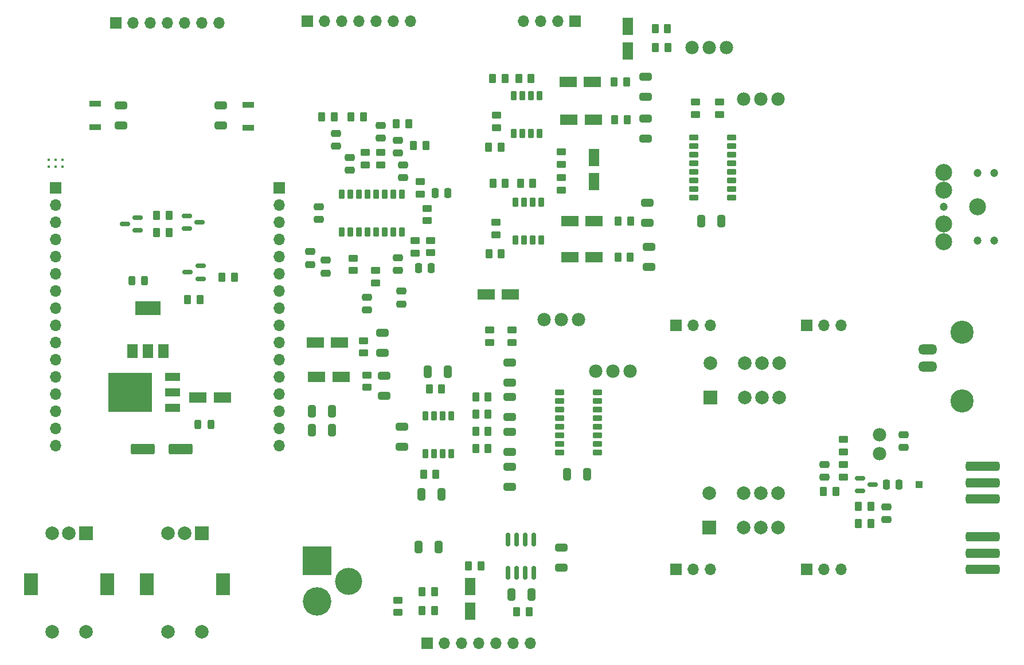
<source format=gbr>
%TF.GenerationSoftware,KiCad,Pcbnew,(6.0.10)*%
%TF.CreationDate,2023-02-15T21:48:18-05:00*%
%TF.ProjectId,SDR-Transceiver,5344522d-5472-4616-9e73-636569766572,rev?*%
%TF.SameCoordinates,Original*%
%TF.FileFunction,Soldermask,Top*%
%TF.FilePolarity,Negative*%
%FSLAX46Y46*%
G04 Gerber Fmt 4.6, Leading zero omitted, Abs format (unit mm)*
G04 Created by KiCad (PCBNEW (6.0.10)) date 2023-02-15 21:48:18*
%MOMM*%
%LPD*%
G01*
G04 APERTURE LIST*
G04 Aperture macros list*
%AMRoundRect*
0 Rectangle with rounded corners*
0 $1 Rounding radius*
0 $2 $3 $4 $5 $6 $7 $8 $9 X,Y pos of 4 corners*
0 Add a 4 corners polygon primitive as box body*
4,1,4,$2,$3,$4,$5,$6,$7,$8,$9,$2,$3,0*
0 Add four circle primitives for the rounded corners*
1,1,$1+$1,$2,$3*
1,1,$1+$1,$4,$5*
1,1,$1+$1,$6,$7*
1,1,$1+$1,$8,$9*
0 Add four rect primitives between the rounded corners*
20,1,$1+$1,$2,$3,$4,$5,0*
20,1,$1+$1,$4,$5,$6,$7,0*
20,1,$1+$1,$6,$7,$8,$9,0*
20,1,$1+$1,$8,$9,$2,$3,0*%
G04 Aperture macros list end*
%ADD10C,0.660400*%
%ADD11RoundRect,0.250000X-0.262500X-0.450000X0.262500X-0.450000X0.262500X0.450000X-0.262500X0.450000X0*%
%ADD12RoundRect,0.250000X0.262500X0.450000X-0.262500X0.450000X-0.262500X-0.450000X0.262500X-0.450000X0*%
%ADD13RoundRect,0.250000X-0.450000X0.262500X-0.450000X-0.262500X0.450000X-0.262500X0.450000X0.262500X0*%
%ADD14RoundRect,0.150000X-0.150000X0.825000X-0.150000X-0.825000X0.150000X-0.825000X0.150000X0.825000X0*%
%ADD15R,1.700000X1.700000*%
%ADD16O,1.700000X1.700000*%
%ADD17RoundRect,0.250000X-0.325000X-0.650000X0.325000X-0.650000X0.325000X0.650000X-0.325000X0.650000X0*%
%ADD18RoundRect,0.250000X0.325000X0.650000X-0.325000X0.650000X-0.325000X-0.650000X0.325000X-0.650000X0*%
%ADD19RoundRect,0.250000X0.650000X-0.325000X0.650000X0.325000X-0.650000X0.325000X-0.650000X-0.325000X0*%
%ADD20RoundRect,0.250000X0.550000X-1.050000X0.550000X1.050000X-0.550000X1.050000X-0.550000X-1.050000X0*%
%ADD21RoundRect,0.250000X0.450000X-0.262500X0.450000X0.262500X-0.450000X0.262500X-0.450000X-0.262500X0*%
%ADD22RoundRect,0.250000X-0.650000X0.325000X-0.650000X-0.325000X0.650000X-0.325000X0.650000X0.325000X0*%
%ADD23RoundRect,0.101600X-0.300000X-0.600000X0.300000X-0.600000X0.300000X0.600000X-0.300000X0.600000X0*%
%ADD24RoundRect,0.101600X0.600000X-0.300000X0.600000X0.300000X-0.600000X0.300000X-0.600000X-0.300000X0*%
%ADD25RoundRect,0.250000X-1.050000X-0.550000X1.050000X-0.550000X1.050000X0.550000X-1.050000X0.550000X0*%
%ADD26RoundRect,0.350000X-2.150000X-0.350000X2.150000X-0.350000X2.150000X0.350000X-2.150000X0.350000X0*%
%ADD27RoundRect,0.250000X-0.475000X0.250000X-0.475000X-0.250000X0.475000X-0.250000X0.475000X0.250000X0*%
%ADD28C,1.200000*%
%ADD29C,2.503200*%
%ADD30R,2.000000X2.000000*%
%ADD31C,2.000000*%
%ADD32RoundRect,0.150000X-0.587500X-0.150000X0.587500X-0.150000X0.587500X0.150000X-0.587500X0.150000X0*%
%ADD33C,1.981200*%
%ADD34R,1.700000X0.900000*%
%ADD35RoundRect,0.250000X1.500000X0.550000X-1.500000X0.550000X-1.500000X-0.550000X1.500000X-0.550000X0*%
%ADD36R,4.200000X4.200000*%
%ADD37C,4.200000*%
%ADD38C,4.000000*%
%ADD39RoundRect,0.250000X0.475000X-0.250000X0.475000X0.250000X-0.475000X0.250000X-0.475000X-0.250000X0*%
%ADD40R,1.000000X1.000000*%
%ADD41RoundRect,0.250000X-0.250000X-0.475000X0.250000X-0.475000X0.250000X0.475000X-0.250000X0.475000X0*%
%ADD42RoundRect,0.150000X0.587500X0.150000X-0.587500X0.150000X-0.587500X-0.150000X0.587500X-0.150000X0*%
%ADD43R,2.000000X3.200000*%
%ADD44R,2.200000X1.200000*%
%ADD45R,6.400000X5.800000*%
%ADD46RoundRect,0.250000X-0.550000X1.050000X-0.550000X-1.050000X0.550000X-1.050000X0.550000X1.050000X0*%
%ADD47RoundRect,0.250000X0.250000X0.475000X-0.250000X0.475000X-0.250000X-0.475000X0.250000X-0.475000X0*%
%ADD48RoundRect,0.243750X-0.243750X-0.456250X0.243750X-0.456250X0.243750X0.456250X-0.243750X0.456250X0*%
%ADD49R,1.500000X2.000000*%
%ADD50R,3.800000X2.000000*%
%ADD51C,3.419200*%
%ADD52O,2.819200X1.511200*%
%ADD53RoundRect,0.243750X0.243750X0.456250X-0.243750X0.456250X-0.243750X-0.456250X0.243750X-0.456250X0*%
%ADD54R,0.400000X0.400000*%
G04 APERTURE END LIST*
D10*
%TO.C,J8*%
X209579200Y-71989000D02*
G75*
G03*
X209579200Y-71989000I-330200J0D01*
G01*
X209579200Y-82189000D02*
G75*
G03*
X209579200Y-82189000I-330200J0D01*
G01*
X209579200Y-79589000D02*
G75*
G03*
X209579200Y-79589000I-330200J0D01*
G01*
X214579200Y-77089000D02*
G75*
G03*
X214579200Y-77089000I-330200J0D01*
G01*
X209579200Y-74589000D02*
G75*
G03*
X209579200Y-74589000I-330200J0D01*
G01*
%TD*%
D11*
%TO.C,R56*%
X146177000Y-136909000D03*
X148002000Y-136909000D03*
%TD*%
%TO.C,R55*%
X139065000Y-130175000D03*
X140890000Y-130175000D03*
%TD*%
D12*
%TO.C,R54*%
X134032000Y-133985000D03*
X132207000Y-133985000D03*
%TD*%
D11*
%TO.C,R53*%
X132239000Y-136779000D03*
X134064000Y-136779000D03*
%TD*%
D13*
%TO.C,R52*%
X128651000Y-135208000D03*
X128651000Y-137033000D03*
%TD*%
D14*
%TO.C,U11*%
X147447000Y-126241000D03*
X148717000Y-131191000D03*
X144907000Y-126241000D03*
X148717000Y-126241000D03*
X144907000Y-131191000D03*
X147447000Y-131191000D03*
X146177000Y-126241000D03*
X146177000Y-131191000D03*
%TD*%
D15*
%TO.C,J12*%
X132969000Y-141605000D03*
D16*
X135509000Y-141605000D03*
X138049000Y-141605000D03*
X140589000Y-141605000D03*
X143129000Y-141605000D03*
X145669000Y-141605000D03*
X148209000Y-141605000D03*
%TD*%
D17*
%TO.C,C55*%
X131699000Y-127381000D03*
X134649000Y-127381000D03*
%TD*%
D18*
%TO.C,C54*%
X148365000Y-134369000D03*
X145415000Y-134369000D03*
%TD*%
D19*
%TO.C,C53*%
X152781000Y-130429000D03*
X152781000Y-127479000D03*
%TD*%
D20*
%TO.C,C52*%
X139319000Y-136823000D03*
X139319000Y-133223000D03*
%TD*%
D21*
%TO.C,R20*%
X176149000Y-63420000D03*
X176149000Y-61595000D03*
%TD*%
D22*
%TO.C,C20*%
X165227000Y-57832000D03*
X165227000Y-60782000D03*
%TD*%
D12*
%TO.C,R45*%
X94869000Y-80850000D03*
X93044000Y-80850000D03*
%TD*%
D19*
%TO.C,C19*%
X165227000Y-66976000D03*
X165227000Y-64026000D03*
%TD*%
D23*
%TO.C,U2*%
X132693993Y-113535314D03*
X133963993Y-113535314D03*
X135233993Y-113535314D03*
X136503993Y-113535314D03*
X136503993Y-107935314D03*
X135233993Y-107935314D03*
X133963993Y-107935314D03*
X132693993Y-107935314D03*
%TD*%
D21*
%TO.C,R23*%
X122047000Y-86487000D03*
X122047000Y-84662000D03*
%TD*%
D24*
%TO.C,U1*%
X158127000Y-113411000D03*
X158127000Y-112141000D03*
X158127000Y-110871000D03*
X158127000Y-109601000D03*
X158127000Y-108331000D03*
X158127000Y-107061000D03*
X158127000Y-105791000D03*
X158127000Y-104521000D03*
X152527000Y-104521000D03*
X152527000Y-105791000D03*
X152527000Y-107061000D03*
X152527000Y-108331000D03*
X152527000Y-109601000D03*
X152527000Y-110871000D03*
X152527000Y-112141000D03*
X152527000Y-113411000D03*
%TD*%
D21*
%TO.C,R22*%
X123571000Y-98679000D03*
X123571000Y-96854000D03*
%TD*%
D12*
%TO.C,R5*%
X134262000Y-116576594D03*
X132437000Y-116576594D03*
%TD*%
D21*
%TO.C,R19*%
X172593000Y-63420000D03*
X172593000Y-61595000D03*
%TD*%
D11*
%TO.C,R47*%
X97616000Y-90805000D03*
X99441000Y-90805000D03*
%TD*%
D25*
%TO.C,C44*%
X99143000Y-105283000D03*
X102743000Y-105283000D03*
%TD*%
D11*
%TO.C,R51*%
X166704000Y-53514000D03*
X168529000Y-53514000D03*
%TD*%
D12*
%TO.C,R36*%
X198503800Y-121305500D03*
X196678800Y-121305500D03*
%TD*%
D11*
%TO.C,R14*%
X142074500Y-83994000D03*
X143899500Y-83994000D03*
%TD*%
D26*
%TO.C,J7*%
X215028780Y-128262380D03*
X215011000Y-125841760D03*
X215028780Y-130683000D03*
%TD*%
D27*
%TO.C,C37*%
X119507000Y-66187000D03*
X119507000Y-68087000D03*
%TD*%
D28*
%TO.C,J8*%
X209249000Y-77089000D03*
X216749000Y-82089000D03*
X214249000Y-82089000D03*
X214249000Y-72089000D03*
X216749000Y-72089000D03*
D29*
X209249000Y-82189000D03*
X209249000Y-79589000D03*
X214249000Y-77089000D03*
X209249000Y-71989000D03*
X209249000Y-74589000D03*
%TD*%
D12*
%TO.C,R2*%
X141962000Y-105146594D03*
X140137000Y-105146594D03*
%TD*%
D15*
%TO.C,J11*%
X154813000Y-49657000D03*
D16*
X152273000Y-49657000D03*
X149733000Y-49657000D03*
X147193000Y-49657000D03*
%TD*%
D13*
%TO.C,R42*%
X142211000Y-95281000D03*
X142211000Y-97106000D03*
%TD*%
D21*
%TO.C,R15*%
X143129000Y-81200000D03*
X143129000Y-79375000D03*
%TD*%
D17*
%TO.C,C25*%
X115951000Y-110109000D03*
X118901000Y-110109000D03*
%TD*%
D18*
%TO.C,C15*%
X135102000Y-119535314D03*
X132152000Y-119535314D03*
%TD*%
D19*
%TO.C,C14*%
X145137000Y-108096594D03*
X145137000Y-105146594D03*
%TD*%
D21*
%TO.C,R33*%
X194439800Y-113299500D03*
X194439800Y-111474500D03*
%TD*%
%TO.C,R43*%
X145513000Y-97106000D03*
X145513000Y-95281000D03*
%TD*%
D30*
%TO.C,K1*%
X174627800Y-124475500D03*
D31*
X179707800Y-124475500D03*
X182247800Y-124475500D03*
X184787800Y-124475500D03*
X184787800Y-119395500D03*
X182247800Y-119395500D03*
X179707800Y-119395500D03*
X174627800Y-119395500D03*
%TD*%
D15*
%TO.C,J10*%
X87015000Y-49886000D03*
D16*
X89555000Y-49886000D03*
X92095000Y-49886000D03*
X94635000Y-49886000D03*
X97175000Y-49886000D03*
X99715000Y-49886000D03*
X102255000Y-49886000D03*
%TD*%
D27*
%TO.C,C34*%
X129413000Y-70876500D03*
X129413000Y-72776500D03*
%TD*%
D13*
%TO.C,R48*%
X152781000Y-72771000D03*
X152781000Y-74596000D03*
%TD*%
D22*
%TO.C,C22*%
X165481000Y-76472000D03*
X165481000Y-79422000D03*
%TD*%
D12*
%TO.C,R12*%
X148336000Y-58086000D03*
X146511000Y-58086000D03*
%TD*%
%TO.C,R37*%
X193320300Y-119141500D03*
X191495300Y-119141500D03*
%TD*%
D32*
%TO.C,Q4*%
X97487500Y-78376000D03*
X97487500Y-80276000D03*
X99362500Y-79326000D03*
%TD*%
D22*
%TO.C,C29*%
X126365000Y-95725000D03*
X126365000Y-98675000D03*
%TD*%
D33*
%TO.C,T3*%
X150217000Y-93716594D03*
X157837000Y-101336594D03*
X152757000Y-93716594D03*
X160377000Y-101336594D03*
X155297000Y-93716594D03*
X162917000Y-101336594D03*
%TD*%
D12*
%TO.C,R18*%
X148568798Y-73554000D03*
X146743798Y-73554000D03*
%TD*%
D21*
%TO.C,R27*%
X131953000Y-75199000D03*
X131953000Y-73374000D03*
%TD*%
D11*
%TO.C,R9*%
X161154500Y-84502000D03*
X162979500Y-84502000D03*
%TD*%
D16*
%TO.C,U10*%
X130538000Y-49657000D03*
X127998000Y-49657000D03*
X125458000Y-49657000D03*
X117838000Y-49657000D03*
X122918000Y-49657000D03*
X120378000Y-49657000D03*
D15*
X115298000Y-49657000D03*
%TD*%
D27*
%TO.C,C36*%
X121539000Y-69743000D03*
X121539000Y-71643000D03*
%TD*%
D13*
%TO.C,R29*%
X126111000Y-69056000D03*
X126111000Y-70881000D03*
%TD*%
D21*
%TO.C,R11*%
X143256000Y-65348500D03*
X143256000Y-63523500D03*
%TD*%
D34*
%TO.C,SW4*%
X83947000Y-61858000D03*
X83947000Y-65258000D03*
%TD*%
D35*
%TO.C,C43*%
X96606000Y-112908000D03*
X91006000Y-112908000D03*
%TD*%
D11*
%TO.C,R13*%
X142066000Y-68246000D03*
X143891000Y-68246000D03*
%TD*%
D33*
%TO.C,L1*%
X199773800Y-113553500D03*
X199773800Y-110759500D03*
%TD*%
D17*
%TO.C,C27*%
X115951000Y-107315000D03*
X118901000Y-107315000D03*
%TD*%
D12*
%TO.C,R6*%
X135124064Y-103966594D03*
X133299064Y-103966594D03*
%TD*%
D21*
%TO.C,R25*%
X133477000Y-83843500D03*
X133477000Y-82018500D03*
%TD*%
D27*
%TO.C,C35*%
X128651000Y-67203000D03*
X128651000Y-69103000D03*
%TD*%
D18*
%TO.C,C17*%
X176403000Y-79168000D03*
X173453000Y-79168000D03*
%TD*%
D36*
%TO.C,J9*%
X116713000Y-129413000D03*
D37*
X116713000Y-135413000D03*
D38*
X121413000Y-132413000D03*
%TD*%
D18*
%TO.C,C16*%
X136045759Y-101426594D03*
X133095759Y-101426594D03*
%TD*%
D15*
%TO.C,J4*%
X188994300Y-130625000D03*
D16*
X191534300Y-130625000D03*
X194074300Y-130625000D03*
%TD*%
D15*
%TO.C,J2*%
X169690300Y-130625000D03*
D16*
X172230300Y-130625000D03*
X174770300Y-130625000D03*
%TD*%
D23*
%TO.C,U5*%
X146051298Y-81974000D03*
X147321298Y-81974000D03*
X148591298Y-81974000D03*
X149861298Y-81974000D03*
X149861298Y-76374000D03*
X148591298Y-76374000D03*
X147321298Y-76374000D03*
X146051298Y-76374000D03*
%TD*%
D22*
%TO.C,C12*%
X145137000Y-100066594D03*
X145137000Y-103016594D03*
%TD*%
%TO.C,C28*%
X126619000Y-102079000D03*
X126619000Y-105029000D03*
%TD*%
D25*
%TO.C,C26*%
X116459000Y-97155000D03*
X120059000Y-97155000D03*
%TD*%
D19*
%TO.C,C10*%
X129262000Y-112541594D03*
X129262000Y-109591594D03*
%TD*%
D27*
%TO.C,C38*%
X116967000Y-77043000D03*
X116967000Y-78943000D03*
%TD*%
D12*
%TO.C,R4*%
X141962000Y-107686594D03*
X140137000Y-107686594D03*
%TD*%
D22*
%TO.C,C13*%
X145137000Y-110375342D03*
X145137000Y-113325342D03*
%TD*%
D39*
%TO.C,C30*%
X115697000Y-85593000D03*
X115697000Y-83693000D03*
%TD*%
D21*
%TO.C,R26*%
X131191000Y-83882000D03*
X131191000Y-82057000D03*
%TD*%
D40*
%TO.C,TP1*%
X205615800Y-118125500D03*
%TD*%
D11*
%TO.C,R7*%
X160655000Y-64182000D03*
X162480000Y-64182000D03*
%TD*%
D41*
%TO.C,C3*%
X200789800Y-118125500D03*
X202689800Y-118125500D03*
%TD*%
D11*
%TO.C,R8*%
X160608000Y-58594000D03*
X162433000Y-58594000D03*
%TD*%
D26*
%TO.C,J6*%
X215028780Y-117848380D03*
X215028780Y-120269000D03*
X215011000Y-115427760D03*
%TD*%
D42*
%TO.C,Q6*%
X99491000Y-87691000D03*
X99491000Y-85791000D03*
X97616000Y-86741000D03*
%TD*%
D22*
%TO.C,C51*%
X102489000Y-62054000D03*
X102489000Y-65004000D03*
%TD*%
D12*
%TO.C,R46*%
X104521000Y-87503000D03*
X102696000Y-87503000D03*
%TD*%
D20*
%TO.C,C48*%
X157607000Y-73370000D03*
X157607000Y-69770000D03*
%TD*%
D30*
%TO.C,SW3*%
X99695000Y-125349000D03*
D31*
X94695000Y-125349000D03*
X97195000Y-125349000D03*
D43*
X102795000Y-132849000D03*
X91595000Y-132849000D03*
D31*
X94695000Y-139849000D03*
X99695000Y-139849000D03*
%TD*%
D34*
%TO.C,SW1*%
X106553000Y-61956000D03*
X106553000Y-65356000D03*
%TD*%
D11*
%TO.C,R50*%
X166657000Y-50720000D03*
X168482000Y-50720000D03*
%TD*%
D23*
%TO.C,U7*%
X120397298Y-80823000D03*
X121667298Y-80823000D03*
X122937298Y-80823000D03*
X124207298Y-80823000D03*
X125477298Y-80823000D03*
X126747298Y-80823000D03*
X128017298Y-80823000D03*
X129287298Y-80823000D03*
X129287298Y-75223000D03*
X128017298Y-75223000D03*
X126747298Y-75223000D03*
X125477298Y-75223000D03*
X124207298Y-75223000D03*
X122937298Y-75223000D03*
X121667298Y-75223000D03*
X120397298Y-75223000D03*
%TD*%
D44*
%TO.C,U8*%
X95377000Y-106807000D03*
X95377000Y-104527000D03*
D45*
X89077000Y-104527000D03*
D44*
X95377000Y-102247000D03*
%TD*%
D46*
%TO.C,C49*%
X162640000Y-50422000D03*
X162640000Y-54022000D03*
%TD*%
D11*
%TO.C,R44*%
X93044000Y-78310000D03*
X94869000Y-78310000D03*
%TD*%
D47*
%TO.C,C41*%
X136017000Y-75057000D03*
X134117000Y-75057000D03*
%TD*%
D11*
%TO.C,R38*%
X130937000Y-67965000D03*
X132762000Y-67965000D03*
%TD*%
D15*
%TO.C,J3*%
X169690300Y-94625000D03*
D16*
X172230300Y-94625000D03*
X174770300Y-94625000D03*
%TD*%
D18*
%TO.C,C9*%
X156567000Y-116576594D03*
X153617000Y-116576594D03*
%TD*%
D25*
%TO.C,C5*%
X153889000Y-64182000D03*
X157489000Y-64182000D03*
%TD*%
D39*
%TO.C,C42*%
X126111000Y-66939000D03*
X126111000Y-65039000D03*
%TD*%
D23*
%TO.C,U4*%
X145796000Y-66226000D03*
X147066000Y-66226000D03*
X148336000Y-66226000D03*
X149606000Y-66226000D03*
X149606000Y-60626000D03*
X148336000Y-60626000D03*
X147066000Y-60626000D03*
X145796000Y-60626000D03*
%TD*%
D32*
%TO.C,Q3*%
X196882800Y-117175500D03*
X196882800Y-119075500D03*
X198757800Y-118125500D03*
%TD*%
D15*
%TO.C,J5*%
X188994300Y-94625000D03*
D16*
X191534300Y-94625000D03*
X194074300Y-94625000D03*
%TD*%
D30*
%TO.C,K2*%
X174770300Y-105293000D03*
D31*
X179850300Y-105293000D03*
X182390300Y-105293000D03*
X184930300Y-105293000D03*
X184930300Y-100213000D03*
X182390300Y-100213000D03*
X179850300Y-100213000D03*
X174770300Y-100213000D03*
%TD*%
D39*
%TO.C,C33*%
X128651000Y-86497000D03*
X128651000Y-84597000D03*
%TD*%
D48*
%TO.C,C45*%
X99143000Y-109251000D03*
X101018000Y-109251000D03*
%TD*%
D39*
%TO.C,C4*%
X203329800Y-112659500D03*
X203329800Y-110759500D03*
%TD*%
D13*
%TO.C,R21*%
X124079000Y-101934000D03*
X124079000Y-103759000D03*
%TD*%
D11*
%TO.C,R10*%
X161163000Y-79168000D03*
X162988000Y-79168000D03*
%TD*%
%TO.C,R39*%
X128397000Y-64785000D03*
X130222000Y-64785000D03*
%TD*%
D33*
%TO.C,T4*%
X184785000Y-61134000D03*
X177165000Y-53514000D03*
X182245000Y-61134000D03*
X174625000Y-53514000D03*
X179705000Y-61134000D03*
X172085000Y-53514000D03*
%TD*%
D19*
%TO.C,C11*%
X145137000Y-118481594D03*
X145137000Y-115531594D03*
%TD*%
D49*
%TO.C,U9*%
X89420000Y-98380000D03*
X91720000Y-98380000D03*
D50*
X91720000Y-92080000D03*
D49*
X94020000Y-98380000D03*
%TD*%
D19*
%TO.C,C21*%
X165735000Y-85928000D03*
X165735000Y-82978000D03*
%TD*%
D51*
%TO.C,J1*%
X211963000Y-95631000D03*
X211963000Y-105791000D03*
D52*
X206883000Y-98171000D03*
X206883000Y-100711000D03*
%TD*%
D25*
%TO.C,C46*%
X141659000Y-90043000D03*
X145259000Y-90043000D03*
%TD*%
D21*
%TO.C,R28*%
X132969000Y-79121000D03*
X132969000Y-77296000D03*
%TD*%
D25*
%TO.C,C7*%
X154051000Y-84502000D03*
X157651000Y-84502000D03*
%TD*%
D39*
%TO.C,C1*%
X191645800Y-117043500D03*
X191645800Y-115143500D03*
%TD*%
D13*
%TO.C,R30*%
X123825000Y-69056000D03*
X123825000Y-70881000D03*
%TD*%
D12*
%TO.C,R3*%
X141962000Y-110226594D03*
X140137000Y-110226594D03*
%TD*%
D39*
%TO.C,C31*%
X117983000Y-86863000D03*
X117983000Y-84963000D03*
%TD*%
D12*
%TO.C,R40*%
X123571000Y-63769000D03*
X121746000Y-63769000D03*
%TD*%
D24*
%TO.C,U3*%
X177963000Y-75737702D03*
X177963000Y-74467702D03*
X177963000Y-73197702D03*
X177963000Y-71927702D03*
X177963000Y-70657702D03*
X177963000Y-69387702D03*
X177963000Y-68117702D03*
X177963000Y-66847702D03*
X172363000Y-66847702D03*
X172363000Y-68117702D03*
X172363000Y-69387702D03*
X172363000Y-70657702D03*
X172363000Y-71927702D03*
X172363000Y-73197702D03*
X172363000Y-74467702D03*
X172363000Y-75737702D03*
%TD*%
D47*
%TO.C,C40*%
X133599000Y-86121000D03*
X131699000Y-86121000D03*
%TD*%
D12*
%TO.C,R1*%
X141962000Y-112766594D03*
X140137000Y-112766594D03*
%TD*%
D21*
%TO.C,R24*%
X125349000Y-88312000D03*
X125349000Y-86487000D03*
%TD*%
D22*
%TO.C,C50*%
X87757000Y-62054000D03*
X87757000Y-65004000D03*
%TD*%
D25*
%TO.C,C24*%
X116669000Y-102235000D03*
X120269000Y-102235000D03*
%TD*%
D39*
%TO.C,C32*%
X129159000Y-91435000D03*
X129159000Y-89535000D03*
%TD*%
D12*
%TO.C,R41*%
X119253000Y-63769000D03*
X117428000Y-63769000D03*
%TD*%
D13*
%TO.C,R49*%
X152781000Y-68961000D03*
X152781000Y-70786000D03*
%TD*%
D39*
%TO.C,C39*%
X124079000Y-92329000D03*
X124079000Y-90429000D03*
%TD*%
D12*
%TO.C,R35*%
X198503800Y-123845500D03*
X196678800Y-123845500D03*
%TD*%
D42*
%TO.C,Q5*%
X90218500Y-80530000D03*
X90218500Y-78630000D03*
X88343500Y-79580000D03*
%TD*%
D11*
%TO.C,R16*%
X142621000Y-58086000D03*
X144446000Y-58086000D03*
%TD*%
D39*
%TO.C,C2*%
X200789800Y-123327500D03*
X200789800Y-121427500D03*
%TD*%
D25*
%TO.C,C8*%
X154051000Y-79168000D03*
X157651000Y-79168000D03*
%TD*%
D53*
%TO.C,C47*%
X91260000Y-88016000D03*
X89385000Y-88016000D03*
%TD*%
D25*
%TO.C,C6*%
X153775000Y-58594000D03*
X157375000Y-58594000D03*
%TD*%
D30*
%TO.C,SW2*%
X82597000Y-125349000D03*
D31*
X77597000Y-125349000D03*
X80097000Y-125349000D03*
D43*
X74497000Y-132849000D03*
X85697000Y-132849000D03*
D31*
X77597000Y-139849000D03*
X82597000Y-139849000D03*
%TD*%
D21*
%TO.C,R34*%
X194439800Y-117006000D03*
X194439800Y-115181000D03*
%TD*%
D11*
%TO.C,R17*%
X142670000Y-73554000D03*
X144495000Y-73554000D03*
%TD*%
D15*
%TO.C,U6*%
X78105000Y-74246000D03*
D16*
X78105000Y-76786000D03*
D54*
X79125000Y-70106000D03*
X77125000Y-71106000D03*
D16*
X78105000Y-79326000D03*
X78105000Y-81866000D03*
X78105000Y-84406000D03*
X78105000Y-86946000D03*
X78105000Y-89486000D03*
X78105000Y-92026000D03*
X78105000Y-94566000D03*
X78105000Y-97106000D03*
X78105000Y-99646000D03*
X78105000Y-102186000D03*
X78105000Y-104726000D03*
X78105000Y-107266000D03*
X78105000Y-109806000D03*
X78105000Y-112346000D03*
D54*
X77125000Y-70106000D03*
D16*
X111125000Y-112346000D03*
X111125000Y-109806000D03*
X111125000Y-107266000D03*
D54*
X78125000Y-71106000D03*
D16*
X111125000Y-104726000D03*
D54*
X79125000Y-71106000D03*
D16*
X111125000Y-102186000D03*
X111125000Y-99646000D03*
X111125000Y-97106000D03*
X111125000Y-94566000D03*
X111125000Y-92026000D03*
X111125000Y-89486000D03*
X111125000Y-86946000D03*
X111125000Y-84406000D03*
X111125000Y-81866000D03*
X111125000Y-79326000D03*
X111125000Y-76786000D03*
D15*
X111125000Y-74246000D03*
D54*
X78125000Y-70106000D03*
%TD*%
M02*

</source>
